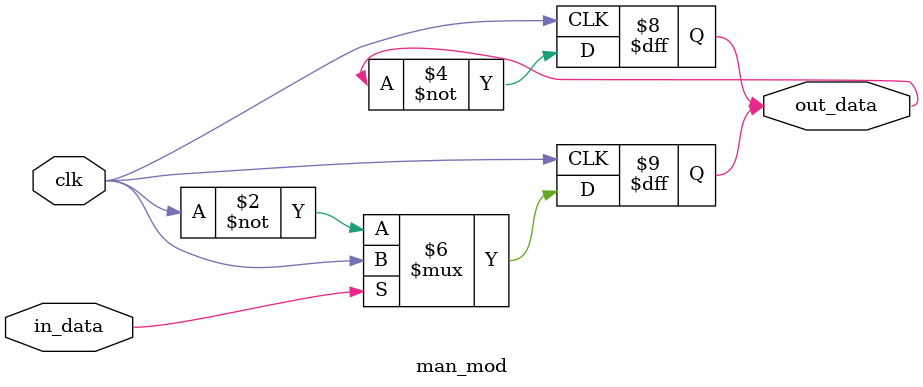
<source format=v>
/*------------------------------------------------------------------
--                     Codificador Manchester                     --
--                                                                --
-- Author:                                                        --
-- * Yao-Ming Kuo,   yaomingk@inti.gob.ar                         --
--                                                                --
-- Date:                                                          --
-- * 06/03/2017                                                   --
--                                                                --
-- Version:                                                       --
-- * 1.0                                                          --
--                                                                --
-- Copyright (c) 2017 						UTN.BA				  --
--                                                                --
--                                                                --
-- Descripcion:                                                   --
--    Codificador manchester 		                              --
------------------------------------------------------------------*/


module man_mod(clk,in_data,out_data);

input clk,in_data;
output out_data;

reg out_data;

always @(posedge clk) begin
	if (in_data) begin 
		out_data 	<= clk;
	end

	else begin
		out_data 	<= ~clk;
	end
end

always @(negedge clk) begin
	// En el flanco negativo se invierte la senial, al ser un manchester
	out_data <= ~out_data;
end

endmodule
</source>
